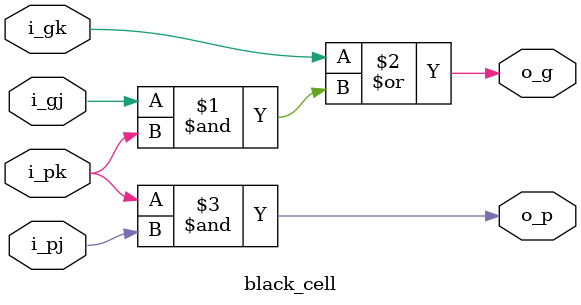
<source format=v>
`default_nettype none

module black_cell(
  input  wire i_pj,
  input  wire i_gj,
  input  wire i_pk,
  input  wire i_gk,
  output wire o_g,
  output wire o_p
);

assign o_g = i_gk | (i_gj & i_pk);
assign o_p = i_pk & i_pj;

endmodule

</source>
